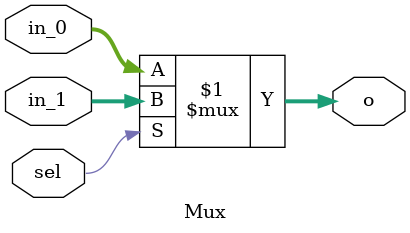
<source format=v>
module Mux(
    input [31:0] in_0,
    input [31:0] in_1,
    input sel,
    output [31:0] o
);
    assign o = sel ? in_1 : in_0;
endmodule
</source>
